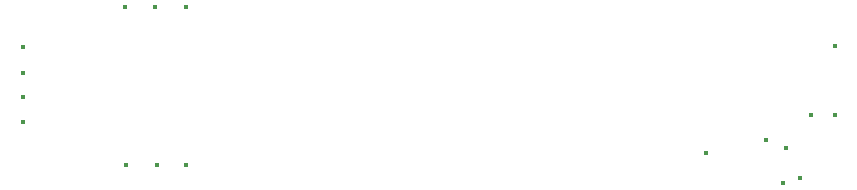
<source format=gbr>
%TF.GenerationSoftware,KiCad,Pcbnew,8.0.1*%
%TF.CreationDate,2024-06-02T23:47:46+02:00*%
%TF.ProjectId,Shawn_PCB_Business_card,53686177-6e5f-4504-9342-5f427573696e,rev?*%
%TF.SameCoordinates,Original*%
%TF.FileFunction,Plated,1,2,PTH,Drill*%
%TF.FilePolarity,Positive*%
%FSLAX46Y46*%
G04 Gerber Fmt 4.6, Leading zero omitted, Abs format (unit mm)*
G04 Created by KiCad (PCBNEW 8.0.1) date 2024-06-02 23:47:46*
%MOMM*%
%LPD*%
G01*
G04 APERTURE LIST*
%TA.AperFunction,ViaDrill*%
%ADD10C,0.400000*%
%TD*%
G04 APERTURE END LIST*
D10*
X109880400Y-84709000D03*
X109880400Y-86868000D03*
X109880400Y-88950800D03*
X109880400Y-91033600D03*
X118567200Y-81330800D03*
X118618000Y-94716600D03*
X121107200Y-81356200D03*
X121208800Y-94716600D03*
X123672600Y-81305400D03*
X123723400Y-94716600D03*
X167716200Y-93700600D03*
X172770747Y-92568387D03*
X174281631Y-96231820D03*
X174498000Y-93294200D03*
X175664839Y-95757877D03*
X176612550Y-90456085D03*
X178614070Y-84606465D03*
X178614070Y-90456085D03*
M02*

</source>
